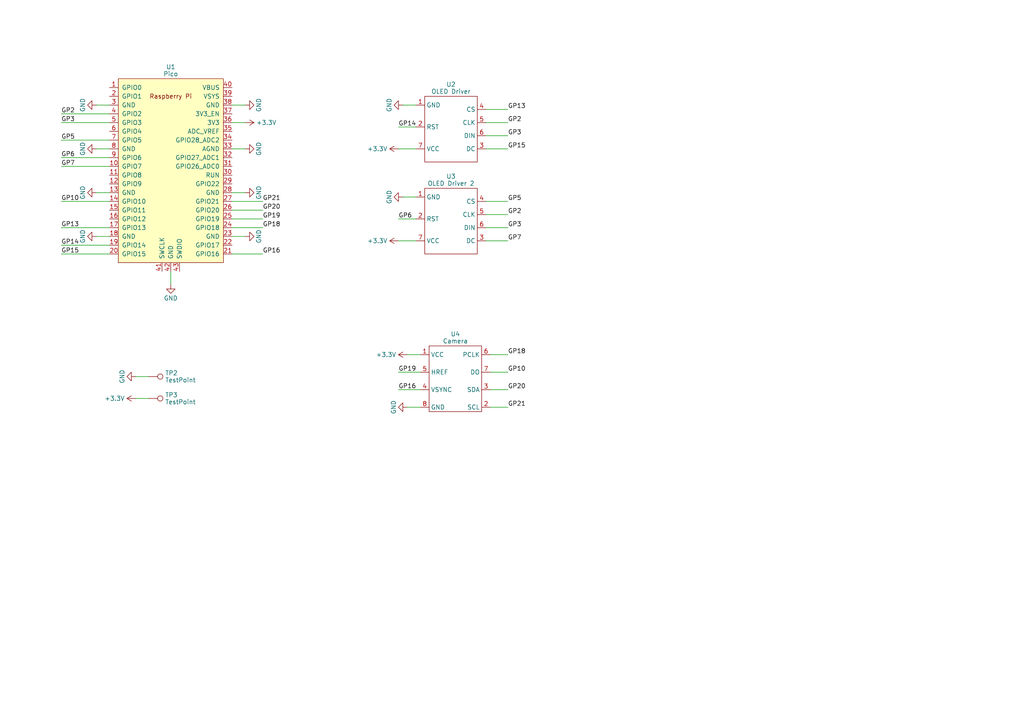
<source format=kicad_sch>
(kicad_sch (version 20230121) (generator eeschema)

  (uuid b1e133c7-7979-4fc1-a048-3547b79eba4d)

  (paper "A4")

  (lib_symbols
    (symbol "AR_Library:Camera" (in_bom yes) (on_board yes)
      (property "Reference" "U" (at 0 11.43 0)
        (effects (font (size 1.27 1.27)))
      )
      (property "Value" "Camera" (at 0 -10.16 0)
        (effects (font (size 1.27 1.27)))
      )
      (property "Footprint" "" (at -3.81 2.54 0)
        (effects (font (size 1.27 1.27)) hide)
      )
      (property "Datasheet" "" (at -3.81 2.54 0)
        (effects (font (size 1.27 1.27)) hide)
      )
      (symbol "Camera_0_0"
        (text_box ""
          (at -7.62 10.16 0) (size 15.24 -19.05)
          (stroke (width 0) (type default))
          (fill (type none))
          (effects (font (size 1.27 1.27)) (justify left top))
        )
      )
      (symbol "Camera_1_1"
        (pin input line (at -10.16 7.62 0) (length 2.54)
          (name "VCC" (effects (font (size 1.27 1.27))))
          (number "1" (effects (font (size 1.27 1.27))))
        )
        (pin input line (at 10.16 -7.62 180) (length 2.54)
          (name "SCL" (effects (font (size 1.27 1.27))))
          (number "2" (effects (font (size 1.27 1.27))))
        )
        (pin input line (at 10.16 -2.54 180) (length 2.54)
          (name "SDA" (effects (font (size 1.27 1.27))))
          (number "3" (effects (font (size 1.27 1.27))))
        )
        (pin input line (at -10.16 -2.54 0) (length 2.54)
          (name "VSYNC" (effects (font (size 1.27 1.27))))
          (number "4" (effects (font (size 1.27 1.27))))
        )
        (pin input line (at -10.16 2.54 0) (length 2.54)
          (name "HREF" (effects (font (size 1.27 1.27))))
          (number "5" (effects (font (size 1.27 1.27))))
        )
        (pin input line (at 10.16 7.62 180) (length 2.54)
          (name "PCLK" (effects (font (size 1.27 1.27))))
          (number "6" (effects (font (size 1.27 1.27))))
        )
        (pin input line (at 10.16 2.54 180) (length 2.54)
          (name "DO" (effects (font (size 1.27 1.27))))
          (number "7" (effects (font (size 1.27 1.27))))
        )
        (pin input line (at -10.16 -7.62 0) (length 2.54)
          (name "GND" (effects (font (size 1.27 1.27))))
          (number "8" (effects (font (size 1.27 1.27))))
        )
      )
    )
    (symbol "AR_Library:OLD Driver" (in_bom yes) (on_board yes)
      (property "Reference" "U" (at 0 11.43 0)
        (effects (font (size 1.27 1.27)))
      )
      (property "Value" "OLD Driver" (at 0 -10.16 0)
        (effects (font (size 1.27 1.27)))
      )
      (property "Footprint" "" (at -3.81 2.54 0)
        (effects (font (size 1.27 1.27)) hide)
      )
      (property "Datasheet" "" (at -3.81 2.54 0)
        (effects (font (size 1.27 1.27)) hide)
      )
      (symbol "OLD Driver_0_0"
        (text_box ""
          (at -7.62 10.16 0) (size 15.24 -19.05)
          (stroke (width 0) (type default))
          (fill (type none))
          (effects (font (size 1.27 1.27)) (justify left top))
        )
      )
      (symbol "OLD Driver_1_1"
        (pin input line (at -10.16 7.62 0) (length 2.54)
          (name "GND" (effects (font (size 1.27 1.27))))
          (number "1" (effects (font (size 1.27 1.27))))
        )
        (pin input line (at -10.16 1.27 0) (length 2.54)
          (name "RST" (effects (font (size 1.27 1.27))))
          (number "2" (effects (font (size 1.27 1.27))))
        )
        (pin input line (at 10.16 -5.08 180) (length 2.54)
          (name "DC" (effects (font (size 1.27 1.27))))
          (number "3" (effects (font (size 1.27 1.27))))
        )
        (pin input line (at 10.16 6.35 180) (length 2.54)
          (name "CS" (effects (font (size 1.27 1.27))))
          (number "4" (effects (font (size 1.27 1.27))))
        )
        (pin input line (at 10.16 2.54 180) (length 2.54)
          (name "CLK" (effects (font (size 1.27 1.27))))
          (number "5" (effects (font (size 1.27 1.27))))
        )
        (pin input line (at 10.16 -1.27 180) (length 2.54)
          (name "DIN" (effects (font (size 1.27 1.27))))
          (number "6" (effects (font (size 1.27 1.27))))
        )
        (pin input line (at -10.16 -5.08 0) (length 2.54)
          (name "VCC" (effects (font (size 1.27 1.27))))
          (number "7" (effects (font (size 1.27 1.27))))
        )
      )
    )
    (symbol "AR_Library:Pico" (pin_names (offset 1.016)) (in_bom yes) (on_board yes)
      (property "Reference" "U" (at -13.97 27.94 0)
        (effects (font (size 1.27 1.27)))
      )
      (property "Value" "Pico" (at 0 19.05 0)
        (effects (font (size 1.27 1.27)))
      )
      (property "Footprint" "RPi_Pico:RPi_Pico_SMD_TH" (at 0 0 90)
        (effects (font (size 1.27 1.27)) hide)
      )
      (property "Datasheet" "" (at 0 0 0)
        (effects (font (size 1.27 1.27)) hide)
      )
      (symbol "Pico_0_0"
        (text "Raspberry Pi" (at 0 21.59 0)
          (effects (font (size 1.27 1.27)))
        )
      )
      (symbol "Pico_0_1"
        (rectangle (start -15.24 26.67) (end 15.24 -26.67)
          (stroke (width 0) (type solid))
          (fill (type background))
        )
      )
      (symbol "Pico_1_1"
        (pin bidirectional line (at -17.78 24.13 0) (length 2.54)
          (name "GPIO0" (effects (font (size 1.27 1.27))))
          (number "1" (effects (font (size 1.27 1.27))))
        )
        (pin bidirectional line (at -17.78 1.27 0) (length 2.54)
          (name "GPIO7" (effects (font (size 1.27 1.27))))
          (number "10" (effects (font (size 1.27 1.27))))
        )
        (pin bidirectional line (at -17.78 -1.27 0) (length 2.54)
          (name "GPIO8" (effects (font (size 1.27 1.27))))
          (number "11" (effects (font (size 1.27 1.27))))
        )
        (pin bidirectional line (at -17.78 -3.81 0) (length 2.54)
          (name "GPIO9" (effects (font (size 1.27 1.27))))
          (number "12" (effects (font (size 1.27 1.27))))
        )
        (pin power_in line (at -17.78 -6.35 0) (length 2.54)
          (name "GND" (effects (font (size 1.27 1.27))))
          (number "13" (effects (font (size 1.27 1.27))))
        )
        (pin bidirectional line (at -17.78 -8.89 0) (length 2.54)
          (name "GPIO10" (effects (font (size 1.27 1.27))))
          (number "14" (effects (font (size 1.27 1.27))))
        )
        (pin bidirectional line (at -17.78 -11.43 0) (length 2.54)
          (name "GPIO11" (effects (font (size 1.27 1.27))))
          (number "15" (effects (font (size 1.27 1.27))))
        )
        (pin bidirectional line (at -17.78 -13.97 0) (length 2.54)
          (name "GPIO12" (effects (font (size 1.27 1.27))))
          (number "16" (effects (font (size 1.27 1.27))))
        )
        (pin bidirectional line (at -17.78 -16.51 0) (length 2.54)
          (name "GPIO13" (effects (font (size 1.27 1.27))))
          (number "17" (effects (font (size 1.27 1.27))))
        )
        (pin power_in line (at -17.78 -19.05 0) (length 2.54)
          (name "GND" (effects (font (size 1.27 1.27))))
          (number "18" (effects (font (size 1.27 1.27))))
        )
        (pin bidirectional line (at -17.78 -21.59 0) (length 2.54)
          (name "GPIO14" (effects (font (size 1.27 1.27))))
          (number "19" (effects (font (size 1.27 1.27))))
        )
        (pin bidirectional line (at -17.78 21.59 0) (length 2.54)
          (name "GPIO1" (effects (font (size 1.27 1.27))))
          (number "2" (effects (font (size 1.27 1.27))))
        )
        (pin bidirectional line (at -17.78 -24.13 0) (length 2.54)
          (name "GPIO15" (effects (font (size 1.27 1.27))))
          (number "20" (effects (font (size 1.27 1.27))))
        )
        (pin bidirectional line (at 17.78 -24.13 180) (length 2.54)
          (name "GPIO16" (effects (font (size 1.27 1.27))))
          (number "21" (effects (font (size 1.27 1.27))))
        )
        (pin bidirectional line (at 17.78 -21.59 180) (length 2.54)
          (name "GPIO17" (effects (font (size 1.27 1.27))))
          (number "22" (effects (font (size 1.27 1.27))))
        )
        (pin power_in line (at 17.78 -19.05 180) (length 2.54)
          (name "GND" (effects (font (size 1.27 1.27))))
          (number "23" (effects (font (size 1.27 1.27))))
        )
        (pin bidirectional line (at 17.78 -16.51 180) (length 2.54)
          (name "GPIO18" (effects (font (size 1.27 1.27))))
          (number "24" (effects (font (size 1.27 1.27))))
        )
        (pin bidirectional line (at 17.78 -13.97 180) (length 2.54)
          (name "GPIO19" (effects (font (size 1.27 1.27))))
          (number "25" (effects (font (size 1.27 1.27))))
        )
        (pin bidirectional line (at 17.78 -11.43 180) (length 2.54)
          (name "GPIO20" (effects (font (size 1.27 1.27))))
          (number "26" (effects (font (size 1.27 1.27))))
        )
        (pin bidirectional line (at 17.78 -8.89 180) (length 2.54)
          (name "GPIO21" (effects (font (size 1.27 1.27))))
          (number "27" (effects (font (size 1.27 1.27))))
        )
        (pin power_in line (at 17.78 -6.35 180) (length 2.54)
          (name "GND" (effects (font (size 1.27 1.27))))
          (number "28" (effects (font (size 1.27 1.27))))
        )
        (pin bidirectional line (at 17.78 -3.81 180) (length 2.54)
          (name "GPIO22" (effects (font (size 1.27 1.27))))
          (number "29" (effects (font (size 1.27 1.27))))
        )
        (pin power_in line (at -17.78 19.05 0) (length 2.54)
          (name "GND" (effects (font (size 1.27 1.27))))
          (number "3" (effects (font (size 1.27 1.27))))
        )
        (pin input line (at 17.78 -1.27 180) (length 2.54)
          (name "RUN" (effects (font (size 1.27 1.27))))
          (number "30" (effects (font (size 1.27 1.27))))
        )
        (pin bidirectional line (at 17.78 1.27 180) (length 2.54)
          (name "GPIO26_ADC0" (effects (font (size 1.27 1.27))))
          (number "31" (effects (font (size 1.27 1.27))))
        )
        (pin bidirectional line (at 17.78 3.81 180) (length 2.54)
          (name "GPIO27_ADC1" (effects (font (size 1.27 1.27))))
          (number "32" (effects (font (size 1.27 1.27))))
        )
        (pin power_in line (at 17.78 6.35 180) (length 2.54)
          (name "AGND" (effects (font (size 1.27 1.27))))
          (number "33" (effects (font (size 1.27 1.27))))
        )
        (pin bidirectional line (at 17.78 8.89 180) (length 2.54)
          (name "GPIO28_ADC2" (effects (font (size 1.27 1.27))))
          (number "34" (effects (font (size 1.27 1.27))))
        )
        (pin unspecified line (at 17.78 11.43 180) (length 2.54)
          (name "ADC_VREF" (effects (font (size 1.27 1.27))))
          (number "35" (effects (font (size 1.27 1.27))))
        )
        (pin unspecified line (at 17.78 13.97 180) (length 2.54)
          (name "3V3" (effects (font (size 1.27 1.27))))
          (number "36" (effects (font (size 1.27 1.27))))
        )
        (pin input line (at 17.78 16.51 180) (length 2.54)
          (name "3V3_EN" (effects (font (size 1.27 1.27))))
          (number "37" (effects (font (size 1.27 1.27))))
        )
        (pin bidirectional line (at 17.78 19.05 180) (length 2.54)
          (name "GND" (effects (font (size 1.27 1.27))))
          (number "38" (effects (font (size 1.27 1.27))))
        )
        (pin unspecified line (at 17.78 21.59 180) (length 2.54)
          (name "VSYS" (effects (font (size 1.27 1.27))))
          (number "39" (effects (font (size 1.27 1.27))))
        )
        (pin bidirectional line (at -17.78 16.51 0) (length 2.54)
          (name "GPIO2" (effects (font (size 1.27 1.27))))
          (number "4" (effects (font (size 1.27 1.27))))
        )
        (pin unspecified line (at 17.78 24.13 180) (length 2.54)
          (name "VBUS" (effects (font (size 1.27 1.27))))
          (number "40" (effects (font (size 1.27 1.27))))
        )
        (pin input line (at -2.54 -29.21 90) (length 2.54)
          (name "SWCLK" (effects (font (size 1.27 1.27))))
          (number "41" (effects (font (size 1.27 1.27))))
        )
        (pin power_in line (at 0 -29.21 90) (length 2.54)
          (name "GND" (effects (font (size 1.27 1.27))))
          (number "42" (effects (font (size 1.27 1.27))))
        )
        (pin bidirectional line (at 2.54 -29.21 90) (length 2.54)
          (name "SWDIO" (effects (font (size 1.27 1.27))))
          (number "43" (effects (font (size 1.27 1.27))))
        )
        (pin bidirectional line (at -17.78 13.97 0) (length 2.54)
          (name "GPIO3" (effects (font (size 1.27 1.27))))
          (number "5" (effects (font (size 1.27 1.27))))
        )
        (pin bidirectional line (at -17.78 11.43 0) (length 2.54)
          (name "GPIO4" (effects (font (size 1.27 1.27))))
          (number "6" (effects (font (size 1.27 1.27))))
        )
        (pin bidirectional line (at -17.78 8.89 0) (length 2.54)
          (name "GPIO5" (effects (font (size 1.27 1.27))))
          (number "7" (effects (font (size 1.27 1.27))))
        )
        (pin power_in line (at -17.78 6.35 0) (length 2.54)
          (name "GND" (effects (font (size 1.27 1.27))))
          (number "8" (effects (font (size 1.27 1.27))))
        )
        (pin bidirectional line (at -17.78 3.81 0) (length 2.54)
          (name "GPIO6" (effects (font (size 1.27 1.27))))
          (number "9" (effects (font (size 1.27 1.27))))
        )
      )
    )
    (symbol "Connector:TestPoint" (pin_numbers hide) (pin_names (offset 0.762) hide) (in_bom yes) (on_board yes)
      (property "Reference" "TP" (at 0 6.858 0)
        (effects (font (size 1.27 1.27)))
      )
      (property "Value" "TestPoint" (at 0 5.08 0)
        (effects (font (size 1.27 1.27)))
      )
      (property "Footprint" "" (at 5.08 0 0)
        (effects (font (size 1.27 1.27)) hide)
      )
      (property "Datasheet" "~" (at 5.08 0 0)
        (effects (font (size 1.27 1.27)) hide)
      )
      (property "ki_keywords" "test point tp" (at 0 0 0)
        (effects (font (size 1.27 1.27)) hide)
      )
      (property "ki_description" "test point" (at 0 0 0)
        (effects (font (size 1.27 1.27)) hide)
      )
      (property "ki_fp_filters" "Pin* Test*" (at 0 0 0)
        (effects (font (size 1.27 1.27)) hide)
      )
      (symbol "TestPoint_0_1"
        (circle (center 0 3.302) (radius 0.762)
          (stroke (width 0) (type default))
          (fill (type none))
        )
      )
      (symbol "TestPoint_1_1"
        (pin passive line (at 0 0 90) (length 2.54)
          (name "1" (effects (font (size 1.27 1.27))))
          (number "1" (effects (font (size 1.27 1.27))))
        )
      )
    )
    (symbol "power:+3.3V" (power) (pin_names (offset 0)) (in_bom yes) (on_board yes)
      (property "Reference" "#PWR" (at 0 -3.81 0)
        (effects (font (size 1.27 1.27)) hide)
      )
      (property "Value" "+3.3V" (at 0 3.556 0)
        (effects (font (size 1.27 1.27)))
      )
      (property "Footprint" "" (at 0 0 0)
        (effects (font (size 1.27 1.27)) hide)
      )
      (property "Datasheet" "" (at 0 0 0)
        (effects (font (size 1.27 1.27)) hide)
      )
      (property "ki_keywords" "global power" (at 0 0 0)
        (effects (font (size 1.27 1.27)) hide)
      )
      (property "ki_description" "Power symbol creates a global label with name \"+3.3V\"" (at 0 0 0)
        (effects (font (size 1.27 1.27)) hide)
      )
      (symbol "+3.3V_0_1"
        (polyline
          (pts
            (xy -0.762 1.27)
            (xy 0 2.54)
          )
          (stroke (width 0) (type default))
          (fill (type none))
        )
        (polyline
          (pts
            (xy 0 0)
            (xy 0 2.54)
          )
          (stroke (width 0) (type default))
          (fill (type none))
        )
        (polyline
          (pts
            (xy 0 2.54)
            (xy 0.762 1.27)
          )
          (stroke (width 0) (type default))
          (fill (type none))
        )
      )
      (symbol "+3.3V_1_1"
        (pin power_in line (at 0 0 90) (length 0) hide
          (name "+3.3V" (effects (font (size 1.27 1.27))))
          (number "1" (effects (font (size 1.27 1.27))))
        )
      )
    )
    (symbol "power:GND" (power) (pin_names (offset 0)) (in_bom yes) (on_board yes)
      (property "Reference" "#PWR" (at 0 -6.35 0)
        (effects (font (size 1.27 1.27)) hide)
      )
      (property "Value" "GND" (at 0 -3.81 0)
        (effects (font (size 1.27 1.27)))
      )
      (property "Footprint" "" (at 0 0 0)
        (effects (font (size 1.27 1.27)) hide)
      )
      (property "Datasheet" "" (at 0 0 0)
        (effects (font (size 1.27 1.27)) hide)
      )
      (property "ki_keywords" "global power" (at 0 0 0)
        (effects (font (size 1.27 1.27)) hide)
      )
      (property "ki_description" "Power symbol creates a global label with name \"GND\" , ground" (at 0 0 0)
        (effects (font (size 1.27 1.27)) hide)
      )
      (symbol "GND_0_1"
        (polyline
          (pts
            (xy 0 0)
            (xy 0 -1.27)
            (xy 1.27 -1.27)
            (xy 0 -2.54)
            (xy -1.27 -1.27)
            (xy 0 -1.27)
          )
          (stroke (width 0) (type default))
          (fill (type none))
        )
      )
      (symbol "GND_1_1"
        (pin power_in line (at 0 0 270) (length 0) hide
          (name "GND" (effects (font (size 1.27 1.27))))
          (number "1" (effects (font (size 1.27 1.27))))
        )
      )
    )
  )


  (wire (pts (xy 140.97 66.04) (xy 147.32 66.04))
    (stroke (width 0) (type default))
    (uuid 05c67815-9d03-426e-a16c-04551719e36c)
  )
  (wire (pts (xy 121.92 118.11) (xy 118.11 118.11))
    (stroke (width 0) (type default))
    (uuid 0c48c5fc-f1d3-47d3-9e9a-50526a45d505)
  )
  (wire (pts (xy 67.31 73.66) (xy 76.2 73.66))
    (stroke (width 0) (type default))
    (uuid 0ec43144-e020-4e06-a4ab-86250b320001)
  )
  (wire (pts (xy 67.31 55.88) (xy 71.12 55.88))
    (stroke (width 0) (type default))
    (uuid 1b012290-1762-41a3-bbcc-1e8bae3b683b)
  )
  (wire (pts (xy 17.78 45.72) (xy 31.75 45.72))
    (stroke (width 0) (type default))
    (uuid 1b78ddb2-5ced-48c4-917f-fcd6de69f095)
  )
  (wire (pts (xy 67.31 63.5) (xy 76.2 63.5))
    (stroke (width 0) (type default))
    (uuid 1e2ba3fb-7d4c-41a2-8442-e9ed28d53617)
  )
  (wire (pts (xy 120.65 30.48) (xy 116.84 30.48))
    (stroke (width 0) (type default))
    (uuid 203aade7-ee60-4a86-8cfa-0118c25c5520)
  )
  (wire (pts (xy 142.24 102.87) (xy 147.32 102.87))
    (stroke (width 0) (type default))
    (uuid 30d485da-4deb-4b6b-99f3-1764ed1e4d73)
  )
  (wire (pts (xy 17.78 73.66) (xy 31.75 73.66))
    (stroke (width 0) (type default))
    (uuid 320521c6-ac13-460a-a0c3-6069e21994b5)
  )
  (wire (pts (xy 17.78 40.64) (xy 31.75 40.64))
    (stroke (width 0) (type default))
    (uuid 32d3ee13-0301-4007-b065-1a390c982e3b)
  )
  (wire (pts (xy 31.75 30.48) (xy 27.94 30.48))
    (stroke (width 0) (type default))
    (uuid 406d2a86-6db0-4219-adfb-353f32c326c7)
  )
  (wire (pts (xy 31.75 55.88) (xy 27.94 55.88))
    (stroke (width 0) (type default))
    (uuid 4b1e8442-66ec-48f8-ba03-b8d2d8e47ed9)
  )
  (wire (pts (xy 67.31 68.58) (xy 71.12 68.58))
    (stroke (width 0) (type default))
    (uuid 4d106ebe-4ae5-4101-b5db-82d9adb5bc5f)
  )
  (wire (pts (xy 17.78 58.42) (xy 31.75 58.42))
    (stroke (width 0) (type default))
    (uuid 4ec089f1-525a-4f10-b35a-bdec16c20cda)
  )
  (wire (pts (xy 115.57 107.95) (xy 121.92 107.95))
    (stroke (width 0) (type default))
    (uuid 51d7e290-033b-4144-8231-0eac952c1487)
  )
  (wire (pts (xy 49.53 78.74) (xy 49.53 82.55))
    (stroke (width 0) (type default))
    (uuid 53381ffc-91a3-4a7a-97e4-6b0e3a30c212)
  )
  (wire (pts (xy 115.57 63.5) (xy 120.65 63.5))
    (stroke (width 0) (type default))
    (uuid 5cc99213-192f-4e84-8bb7-c294c0f97ce7)
  )
  (wire (pts (xy 17.78 35.56) (xy 31.75 35.56))
    (stroke (width 0) (type default))
    (uuid 619547ba-db1c-4cce-a2ae-0dde66ac95ed)
  )
  (wire (pts (xy 140.97 31.75) (xy 147.32 31.75))
    (stroke (width 0) (type default))
    (uuid 61add4ec-e600-464b-8bf3-8a6659c9ba01)
  )
  (wire (pts (xy 31.75 43.18) (xy 27.94 43.18))
    (stroke (width 0) (type default))
    (uuid 61da0eec-4edd-47a2-9309-ea83d71a9c4b)
  )
  (wire (pts (xy 140.97 58.42) (xy 147.32 58.42))
    (stroke (width 0) (type default))
    (uuid 7e1ec63c-4349-4c2b-9b35-d995f07224cd)
  )
  (wire (pts (xy 140.97 62.23) (xy 147.32 62.23))
    (stroke (width 0) (type default))
    (uuid 7f786e12-00a1-4a3e-b73e-84d895b9d4c4)
  )
  (wire (pts (xy 67.31 66.04) (xy 76.2 66.04))
    (stroke (width 0) (type default))
    (uuid 84346658-92d2-4372-9a86-878f1df86fb9)
  )
  (wire (pts (xy 43.18 115.57) (xy 39.37 115.57))
    (stroke (width 0) (type default))
    (uuid 8797d7a8-7a47-4cea-8569-afae91fe5700)
  )
  (wire (pts (xy 67.31 43.18) (xy 71.12 43.18))
    (stroke (width 0) (type default))
    (uuid 8d9fcd60-6fb4-477b-8a60-b72c46dce416)
  )
  (wire (pts (xy 43.18 109.22) (xy 39.37 109.22))
    (stroke (width 0) (type default))
    (uuid 8f217186-8c8a-48b2-bd9f-e5c90bf04d7d)
  )
  (wire (pts (xy 67.31 58.42) (xy 76.2 58.42))
    (stroke (width 0) (type default))
    (uuid 93732939-d8b8-4450-9b3f-3f3ac4944080)
  )
  (wire (pts (xy 120.65 57.15) (xy 116.84 57.15))
    (stroke (width 0) (type default))
    (uuid 98082f96-ee10-48c5-916d-7ae33a1b8d59)
  )
  (wire (pts (xy 140.97 43.18) (xy 147.32 43.18))
    (stroke (width 0) (type default))
    (uuid 99d754a6-60cd-4f8a-ad6f-83477af957d6)
  )
  (wire (pts (xy 140.97 35.56) (xy 147.32 35.56))
    (stroke (width 0) (type default))
    (uuid a55dc89b-0d35-4b40-b0a3-bf262195e8d9)
  )
  (wire (pts (xy 31.75 68.58) (xy 27.94 68.58))
    (stroke (width 0) (type default))
    (uuid a866fa84-b7ce-44c0-acd1-bf6b006b3083)
  )
  (wire (pts (xy 17.78 71.12) (xy 31.75 71.12))
    (stroke (width 0) (type default))
    (uuid ab74d4ca-0710-46d9-8185-fca7b42db55f)
  )
  (wire (pts (xy 17.78 66.04) (xy 31.75 66.04))
    (stroke (width 0) (type default))
    (uuid ae83c7c8-eead-491b-a18d-9947c8e71eec)
  )
  (wire (pts (xy 142.24 107.95) (xy 147.32 107.95))
    (stroke (width 0) (type default))
    (uuid b332c08a-dcb3-4af3-b77f-b8bc2980c874)
  )
  (wire (pts (xy 121.92 102.87) (xy 118.11 102.87))
    (stroke (width 0) (type default))
    (uuid c0b1be25-bec7-4716-ad5b-fe48e7c51a63)
  )
  (wire (pts (xy 67.31 35.56) (xy 71.12 35.56))
    (stroke (width 0) (type default))
    (uuid c32fc4d0-ff6a-437b-a6df-9a2bed0f0eea)
  )
  (wire (pts (xy 140.97 69.85) (xy 147.32 69.85))
    (stroke (width 0) (type default))
    (uuid ca212907-edbc-4f24-9969-1cacd23073ce)
  )
  (wire (pts (xy 67.31 60.96) (xy 76.2 60.96))
    (stroke (width 0) (type default))
    (uuid cdd2123e-94e6-42cf-b995-edf6e3b0928e)
  )
  (wire (pts (xy 67.31 30.48) (xy 71.12 30.48))
    (stroke (width 0) (type default))
    (uuid d0d4b065-b814-436b-93d8-9d5116b4849e)
  )
  (wire (pts (xy 115.57 69.85) (xy 120.65 69.85))
    (stroke (width 0) (type default))
    (uuid d1632872-c5f4-439e-afdf-ddb627a2e9b2)
  )
  (wire (pts (xy 115.57 36.83) (xy 120.65 36.83))
    (stroke (width 0) (type default))
    (uuid d250f9f5-1ecf-49f3-a643-106fed4f669e)
  )
  (wire (pts (xy 115.57 113.03) (xy 121.92 113.03))
    (stroke (width 0) (type default))
    (uuid dbdc3e4b-3a58-4d96-bbd1-cbbc97522994)
  )
  (wire (pts (xy 142.24 113.03) (xy 147.32 113.03))
    (stroke (width 0) (type default))
    (uuid e0ee8c66-2b4b-4041-ae28-a1cc76da69cd)
  )
  (wire (pts (xy 142.24 118.11) (xy 147.32 118.11))
    (stroke (width 0) (type default))
    (uuid ee804f07-db6f-4d1a-8479-4668ecc8b8f6)
  )
  (wire (pts (xy 17.78 48.26) (xy 31.75 48.26))
    (stroke (width 0) (type default))
    (uuid f30ec0b3-1efd-49a3-8203-6050ea5507e3)
  )
  (wire (pts (xy 115.57 43.18) (xy 120.65 43.18))
    (stroke (width 0) (type default))
    (uuid f75e223a-c7bd-4fa9-a2dc-ae282af04161)
  )
  (wire (pts (xy 140.97 39.37) (xy 147.32 39.37))
    (stroke (width 0) (type default))
    (uuid f7731f72-2658-478f-8b29-4be196c6fe82)
  )
  (wire (pts (xy 17.78 33.02) (xy 31.75 33.02))
    (stroke (width 0) (type default))
    (uuid f8c4183f-5294-49be-ae11-6372443c854b)
  )

  (label "GP2" (at 17.78 33.02 0) (fields_autoplaced)
    (effects (font (size 1.27 1.27)) (justify left bottom))
    (uuid 06c5cf7e-fd28-4dfd-9e8d-22e8927b3db7)
  )
  (label "GP5" (at 17.78 40.64 0) (fields_autoplaced)
    (effects (font (size 1.27 1.27)) (justify left bottom))
    (uuid 0996d259-87c2-44e5-a72f-47398f1f2464)
  )
  (label "GP3" (at 147.32 66.04 0) (fields_autoplaced)
    (effects (font (size 1.27 1.27)) (justify left bottom))
    (uuid 0dd60341-6e6c-4b81-8091-226cc1fb85fe)
  )
  (label "GP18" (at 76.2 66.04 0) (fields_autoplaced)
    (effects (font (size 1.27 1.27)) (justify left bottom))
    (uuid 264f8ae5-f6ab-429b-acf3-a9bb267da091)
  )
  (label "GP20" (at 76.2 60.96 0) (fields_autoplaced)
    (effects (font (size 1.27 1.27)) (justify left bottom))
    (uuid 29fbff29-31c8-487d-8804-3901dce2000e)
  )
  (label "GP14" (at 115.57 36.83 0) (fields_autoplaced)
    (effects (font (size 1.27 1.27)) (justify left bottom))
    (uuid 36a14e8e-5ee4-4024-9065-ec428d73f588)
  )
  (label "GP13" (at 147.32 31.75 0) (fields_autoplaced)
    (effects (font (size 1.27 1.27)) (justify left bottom))
    (uuid 38c7475a-371f-4be8-8460-262c9025d8c7)
  )
  (label "GP7" (at 17.78 48.26 0) (fields_autoplaced)
    (effects (font (size 1.27 1.27)) (justify left bottom))
    (uuid 46e72a83-3559-459b-9300-07b9b443cdd0)
  )
  (label "GP3" (at 17.78 35.56 0) (fields_autoplaced)
    (effects (font (size 1.27 1.27)) (justify left bottom))
    (uuid 4932ea14-dff5-482f-80ad-ceb4ac284f7b)
  )
  (label "GP3" (at 147.32 39.37 0) (fields_autoplaced)
    (effects (font (size 1.27 1.27)) (justify left bottom))
    (uuid 4c08083f-574e-4c35-826a-f17e2bc3550b)
  )
  (label "GP21" (at 76.2 58.42 0) (fields_autoplaced)
    (effects (font (size 1.27 1.27)) (justify left bottom))
    (uuid 4dedfa4c-dab2-4fad-854b-ef55c1db67f2)
  )
  (label "GP16" (at 115.57 113.03 0) (fields_autoplaced)
    (effects (font (size 1.27 1.27)) (justify left bottom))
    (uuid 5dfbaf31-c9c5-4fd5-a614-6912a99bc927)
  )
  (label "GP10" (at 17.78 58.42 0) (fields_autoplaced)
    (effects (font (size 1.27 1.27)) (justify left bottom))
    (uuid 6104d410-5ea1-4607-99f6-90b164a0d796)
  )
  (label "GP7" (at 147.32 69.85 0) (fields_autoplaced)
    (effects (font (size 1.27 1.27)) (justify left bottom))
    (uuid 6473f4db-5e29-45b8-bcad-86ce58aa3cd1)
  )
  (label "GP21" (at 147.32 118.11 0) (fields_autoplaced)
    (effects (font (size 1.27 1.27)) (justify left bottom))
    (uuid 7c4322a5-85bc-4b61-9ea3-e46a593d7ee5)
  )
  (label "GP10" (at 147.32 107.95 0) (fields_autoplaced)
    (effects (font (size 1.27 1.27)) (justify left bottom))
    (uuid 7eb97491-962d-4731-9888-456ec371c523)
  )
  (label "GP15" (at 17.78 73.66 0) (fields_autoplaced)
    (effects (font (size 1.27 1.27)) (justify left bottom))
    (uuid 88b418ec-25bd-4093-b983-c422cef4b4db)
  )
  (label "GP14" (at 17.78 71.12 0) (fields_autoplaced)
    (effects (font (size 1.27 1.27)) (justify left bottom))
    (uuid 8aebc654-96b8-407b-b7e8-0eff122a5ddf)
  )
  (label "GP20" (at 147.32 113.03 0) (fields_autoplaced)
    (effects (font (size 1.27 1.27)) (justify left bottom))
    (uuid 938c8674-d8aa-4287-bf5e-c4077e20180a)
  )
  (label "GP19" (at 115.57 107.95 0) (fields_autoplaced)
    (effects (font (size 1.27 1.27)) (justify left bottom))
    (uuid a659c46d-078d-4c93-83bd-50e2ca382a26)
  )
  (label "GP2" (at 147.32 35.56 0) (fields_autoplaced)
    (effects (font (size 1.27 1.27)) (justify left bottom))
    (uuid accbcd35-377c-47fe-a48c-4bdf58348ed3)
  )
  (label "GP16" (at 76.2 73.66 0) (fields_autoplaced)
    (effects (font (size 1.27 1.27)) (justify left bottom))
    (uuid bbd153e9-eea2-49b2-a020-85b7dcbeb85e)
  )
  (label "GP6" (at 115.57 63.5 0) (fields_autoplaced)
    (effects (font (size 1.27 1.27)) (justify left bottom))
    (uuid c6431861-d3ab-4fce-b06b-52541e8eb1c4)
  )
  (label "GP18" (at 147.32 102.87 0) (fields_autoplaced)
    (effects (font (size 1.27 1.27)) (justify left bottom))
    (uuid c98183f8-da5b-4bc7-be65-243a2031f884)
  )
  (label "GP6" (at 17.78 45.72 0) (fields_autoplaced)
    (effects (font (size 1.27 1.27)) (justify left bottom))
    (uuid ccf70055-4b52-4624-8b1a-434e36e31b5d)
  )
  (label "GP19" (at 76.2 63.5 0) (fields_autoplaced)
    (effects (font (size 1.27 1.27)) (justify left bottom))
    (uuid cd85a1a0-0d0b-4199-8891-a0ae8ad2d392)
  )
  (label "GP15" (at 147.32 43.18 0) (fields_autoplaced)
    (effects (font (size 1.27 1.27)) (justify left bottom))
    (uuid d8bc07ac-292f-422b-b520-ee97ab341508)
  )
  (label "GP5" (at 147.32 58.42 0) (fields_autoplaced)
    (effects (font (size 1.27 1.27)) (justify left bottom))
    (uuid e9a714fa-8b27-40e4-af8d-bfced2c62e80)
  )
  (label "GP2" (at 147.32 62.23 0) (fields_autoplaced)
    (effects (font (size 1.27 1.27)) (justify left bottom))
    (uuid ed6355bd-0b33-499a-9806-50922e10a349)
  )
  (label "GP13" (at 17.78 66.04 0) (fields_autoplaced)
    (effects (font (size 1.27 1.27)) (justify left bottom))
    (uuid f8fb042f-c6ac-4249-aa49-2954cfda1ce9)
  )

  (symbol (lib_id "power:GND") (at 27.94 30.48 270) (unit 1)
    (in_bom yes) (on_board yes) (dnp no) (fields_autoplaced)
    (uuid 2543f4a6-2725-49bf-ac80-4360593635fc)
    (property "Reference" "#PWR06" (at 21.59 30.48 0)
      (effects (font (size 1.27 1.27)) hide)
    )
    (property "Value" "GND" (at 23.995 30.48 0)
      (effects (font (size 1.27 1.27)))
    )
    (property "Footprint" "" (at 27.94 30.48 0)
      (effects (font (size 1.27 1.27)) hide)
    )
    (property "Datasheet" "" (at 27.94 30.48 0)
      (effects (font (size 1.27 1.27)) hide)
    )
    (pin "1" (uuid 2bf4008a-50ff-4126-b980-4d82808591e1))
    (instances
      (project "Glass"
        (path "/b1e133c7-7979-4fc1-a048-3547b79eba4d"
          (reference "#PWR06") (unit 1)
        )
      )
    )
  )

  (symbol (lib_id "power:+3.3V") (at 115.57 43.18 90) (unit 1)
    (in_bom yes) (on_board yes) (dnp no) (fields_autoplaced)
    (uuid 2a9b311c-211a-4a4a-9b5f-00a8fb6514f8)
    (property "Reference" "#PWR017" (at 119.38 43.18 0)
      (effects (font (size 1.27 1.27)) hide)
    )
    (property "Value" "+3.3V" (at 112.395 43.18 90)
      (effects (font (size 1.27 1.27)) (justify left))
    )
    (property "Footprint" "" (at 115.57 43.18 0)
      (effects (font (size 1.27 1.27)) hide)
    )
    (property "Datasheet" "" (at 115.57 43.18 0)
      (effects (font (size 1.27 1.27)) hide)
    )
    (pin "1" (uuid 20a7c385-ebc6-48fd-a0cf-0f4430d484b9))
    (instances
      (project "Glass"
        (path "/b1e133c7-7979-4fc1-a048-3547b79eba4d"
          (reference "#PWR017") (unit 1)
        )
      )
    )
  )

  (symbol (lib_id "power:+3.3V") (at 71.12 35.56 270) (unit 1)
    (in_bom yes) (on_board yes) (dnp no) (fields_autoplaced)
    (uuid 31823eff-a9dc-47ae-9837-7756b0eedc5f)
    (property "Reference" "#PWR010" (at 67.31 35.56 0)
      (effects (font (size 1.27 1.27)) hide)
    )
    (property "Value" "+3.3V" (at 74.295 35.56 90)
      (effects (font (size 1.27 1.27)) (justify left))
    )
    (property "Footprint" "" (at 71.12 35.56 0)
      (effects (font (size 1.27 1.27)) hide)
    )
    (property "Datasheet" "" (at 71.12 35.56 0)
      (effects (font (size 1.27 1.27)) hide)
    )
    (pin "1" (uuid 040cfe81-38a5-4b94-bd31-186dde390396))
    (instances
      (project "Glass"
        (path "/b1e133c7-7979-4fc1-a048-3547b79eba4d"
          (reference "#PWR010") (unit 1)
        )
      )
    )
  )

  (symbol (lib_id "power:GND") (at 39.37 109.22 270) (unit 1)
    (in_bom yes) (on_board yes) (dnp no) (fields_autoplaced)
    (uuid 4302cb2c-a770-4a59-aee7-8fe6755c67a3)
    (property "Reference" "#PWR015" (at 33.02 109.22 0)
      (effects (font (size 1.27 1.27)) hide)
    )
    (property "Value" "GND" (at 35.425 109.22 0)
      (effects (font (size 1.27 1.27)))
    )
    (property "Footprint" "" (at 39.37 109.22 0)
      (effects (font (size 1.27 1.27)) hide)
    )
    (property "Datasheet" "" (at 39.37 109.22 0)
      (effects (font (size 1.27 1.27)) hide)
    )
    (pin "1" (uuid 7fa56301-e625-469e-9cf7-f9e7b424ff78))
    (instances
      (project "Glass"
        (path "/b1e133c7-7979-4fc1-a048-3547b79eba4d"
          (reference "#PWR015") (unit 1)
        )
      )
    )
  )

  (symbol (lib_id "power:GND") (at 116.84 30.48 270) (unit 1)
    (in_bom yes) (on_board yes) (dnp no) (fields_autoplaced)
    (uuid 4b5150e1-9aed-4d5b-9c4b-86ccdb66909c)
    (property "Reference" "#PWR012" (at 110.49 30.48 0)
      (effects (font (size 1.27 1.27)) hide)
    )
    (property "Value" "GND" (at 112.895 30.48 0)
      (effects (font (size 1.27 1.27)))
    )
    (property "Footprint" "" (at 116.84 30.48 0)
      (effects (font (size 1.27 1.27)) hide)
    )
    (property "Datasheet" "" (at 116.84 30.48 0)
      (effects (font (size 1.27 1.27)) hide)
    )
    (pin "1" (uuid b47784b7-b15b-409d-92fe-36e994769846))
    (instances
      (project "Glass"
        (path "/b1e133c7-7979-4fc1-a048-3547b79eba4d"
          (reference "#PWR012") (unit 1)
        )
      )
    )
  )

  (symbol (lib_id "AR_Library:OLD Driver") (at 130.81 64.77 0) (unit 1)
    (in_bom yes) (on_board yes) (dnp no) (fields_autoplaced)
    (uuid 5945d53c-3c0c-49c4-94de-172801b842a3)
    (property "Reference" "U3" (at 130.81 51.157 0)
      (effects (font (size 1.27 1.27)))
    )
    (property "Value" "OLED Driver 2" (at 130.81 53.205 0)
      (effects (font (size 1.27 1.27)))
    )
    (property "Footprint" "Connector_PinHeader_2.54mm:PinHeader_1x07_P2.54mm_Vertical" (at 127 62.23 0)
      (effects (font (size 1.27 1.27)) hide)
    )
    (property "Datasheet" "" (at 127 62.23 0)
      (effects (font (size 1.27 1.27)) hide)
    )
    (pin "1" (uuid f65e0c8c-d0c0-45db-9d78-7c6a7c74c19e))
    (pin "2" (uuid e0bc5327-1129-44ac-89a8-fd6a7c8dc37f))
    (pin "3" (uuid abe6e1ef-7221-435e-8238-ad6f5d45dcc2))
    (pin "4" (uuid d3f1bbc9-0a5a-4bd9-9767-68f8c8d38345))
    (pin "5" (uuid bab71ff1-df5d-40a6-adc5-07f7955d8111))
    (pin "6" (uuid 90a51f9e-e3a6-4a1b-bfdb-8469f17d5aa6))
    (pin "7" (uuid 9e7afda5-8a61-4b58-9b0e-0cb63adffc25))
    (instances
      (project "Glass"
        (path "/b1e133c7-7979-4fc1-a048-3547b79eba4d"
          (reference "U3") (unit 1)
        )
      )
    )
  )

  (symbol (lib_id "power:GND") (at 71.12 68.58 90) (unit 1)
    (in_bom yes) (on_board yes) (dnp no) (fields_autoplaced)
    (uuid 5ee40dde-91da-4c24-b07c-6809af646f15)
    (property "Reference" "#PWR02" (at 77.47 68.58 0)
      (effects (font (size 1.27 1.27)) hide)
    )
    (property "Value" "GND" (at 75.065 68.58 0)
      (effects (font (size 1.27 1.27)))
    )
    (property "Footprint" "" (at 71.12 68.58 0)
      (effects (font (size 1.27 1.27)) hide)
    )
    (property "Datasheet" "" (at 71.12 68.58 0)
      (effects (font (size 1.27 1.27)) hide)
    )
    (pin "1" (uuid 2608ec1a-e6eb-421e-b53c-94a69f648ef1))
    (instances
      (project "Glass"
        (path "/b1e133c7-7979-4fc1-a048-3547b79eba4d"
          (reference "#PWR02") (unit 1)
        )
      )
    )
  )

  (symbol (lib_id "power:+3.3V") (at 118.11 102.87 90) (unit 1)
    (in_bom yes) (on_board yes) (dnp no) (fields_autoplaced)
    (uuid 6b88ddff-ec27-4893-8a74-cf67f9b2caec)
    (property "Reference" "#PWR014" (at 121.92 102.87 0)
      (effects (font (size 1.27 1.27)) hide)
    )
    (property "Value" "+3.3V" (at 114.935 102.87 90)
      (effects (font (size 1.27 1.27)) (justify left))
    )
    (property "Footprint" "" (at 118.11 102.87 0)
      (effects (font (size 1.27 1.27)) hide)
    )
    (property "Datasheet" "" (at 118.11 102.87 0)
      (effects (font (size 1.27 1.27)) hide)
    )
    (pin "1" (uuid 7df40220-53ab-41c4-980c-926c88fd7fca))
    (instances
      (project "Glass"
        (path "/b1e133c7-7979-4fc1-a048-3547b79eba4d"
          (reference "#PWR014") (unit 1)
        )
      )
    )
  )

  (symbol (lib_id "power:GND") (at 49.53 82.55 0) (unit 1)
    (in_bom yes) (on_board yes) (dnp no) (fields_autoplaced)
    (uuid 8236f557-096c-41b3-bf80-d2359b5dbe91)
    (property "Reference" "#PWR01" (at 49.53 88.9 0)
      (effects (font (size 1.27 1.27)) hide)
    )
    (property "Value" "GND" (at 49.53 86.495 0)
      (effects (font (size 1.27 1.27)))
    )
    (property "Footprint" "" (at 49.53 82.55 0)
      (effects (font (size 1.27 1.27)) hide)
    )
    (property "Datasheet" "" (at 49.53 82.55 0)
      (effects (font (size 1.27 1.27)) hide)
    )
    (pin "1" (uuid 28a9f8ec-dac3-4b14-95a0-d4bcd2cc3790))
    (instances
      (project "Glass"
        (path "/b1e133c7-7979-4fc1-a048-3547b79eba4d"
          (reference "#PWR01") (unit 1)
        )
      )
    )
  )

  (symbol (lib_id "power:GND") (at 71.12 43.18 90) (unit 1)
    (in_bom yes) (on_board yes) (dnp no) (fields_autoplaced)
    (uuid 9303b2a2-1671-4b30-9bf2-9e34d416b93f)
    (property "Reference" "#PWR08" (at 77.47 43.18 0)
      (effects (font (size 1.27 1.27)) hide)
    )
    (property "Value" "GND" (at 75.065 43.18 0)
      (effects (font (size 1.27 1.27)))
    )
    (property "Footprint" "" (at 71.12 43.18 0)
      (effects (font (size 1.27 1.27)) hide)
    )
    (property "Datasheet" "" (at 71.12 43.18 0)
      (effects (font (size 1.27 1.27)) hide)
    )
    (pin "1" (uuid 57b28b80-e9af-4e77-a9c8-416143558196))
    (instances
      (project "Glass"
        (path "/b1e133c7-7979-4fc1-a048-3547b79eba4d"
          (reference "#PWR08") (unit 1)
        )
      )
    )
  )

  (symbol (lib_id "power:GND") (at 116.84 57.15 270) (unit 1)
    (in_bom yes) (on_board yes) (dnp no) (fields_autoplaced)
    (uuid 9b82fb1f-319f-44a0-a458-ff9119ad2553)
    (property "Reference" "#PWR011" (at 110.49 57.15 0)
      (effects (font (size 1.27 1.27)) hide)
    )
    (property "Value" "GND" (at 112.895 57.15 0)
      (effects (font (size 1.27 1.27)))
    )
    (property "Footprint" "" (at 116.84 57.15 0)
      (effects (font (size 1.27 1.27)) hide)
    )
    (property "Datasheet" "" (at 116.84 57.15 0)
      (effects (font (size 1.27 1.27)) hide)
    )
    (pin "1" (uuid eb6a56c9-12c4-43ff-a78b-d57db053ca45))
    (instances
      (project "Glass"
        (path "/b1e133c7-7979-4fc1-a048-3547b79eba4d"
          (reference "#PWR011") (unit 1)
        )
      )
    )
  )

  (symbol (lib_id "power:GND") (at 27.94 55.88 270) (unit 1)
    (in_bom yes) (on_board yes) (dnp no) (fields_autoplaced)
    (uuid 9bdf7b46-7231-4aa9-84a7-1e3f498692b3)
    (property "Reference" "#PWR04" (at 21.59 55.88 0)
      (effects (font (size 1.27 1.27)) hide)
    )
    (property "Value" "GND" (at 23.995 55.88 0)
      (effects (font (size 1.27 1.27)))
    )
    (property "Footprint" "" (at 27.94 55.88 0)
      (effects (font (size 1.27 1.27)) hide)
    )
    (property "Datasheet" "" (at 27.94 55.88 0)
      (effects (font (size 1.27 1.27)) hide)
    )
    (pin "1" (uuid 49debad2-c833-4478-a443-d90c9af9dad5))
    (instances
      (project "Glass"
        (path "/b1e133c7-7979-4fc1-a048-3547b79eba4d"
          (reference "#PWR04") (unit 1)
        )
      )
    )
  )

  (symbol (lib_id "AR_Library:Camera") (at 132.08 110.49 0) (unit 1)
    (in_bom yes) (on_board yes) (dnp no) (fields_autoplaced)
    (uuid 9c7ceadd-8bc8-4f42-9365-4e172a05f6a9)
    (property "Reference" "U4" (at 132.08 96.877 0)
      (effects (font (size 1.27 1.27)))
    )
    (property "Value" "Camera" (at 132.08 98.925 0)
      (effects (font (size 1.27 1.27)))
    )
    (property "Footprint" "Connector_PinHeader_2.54mm:PinHeader_1x08_P2.54mm_Vertical" (at 128.27 107.95 0)
      (effects (font (size 1.27 1.27)) hide)
    )
    (property "Datasheet" "" (at 128.27 107.95 0)
      (effects (font (size 1.27 1.27)) hide)
    )
    (pin "1" (uuid d32ae946-cb6d-4881-8c5b-4f03cfd2065d))
    (pin "2" (uuid f469756a-8120-49e1-849f-659c2f5b5ce0))
    (pin "3" (uuid 43e25f07-5f20-4350-90f4-7287c699b439))
    (pin "4" (uuid ff201901-f57b-4525-ae18-20318de27361))
    (pin "5" (uuid 2e37b5a5-5507-4977-9571-f24448fe90df))
    (pin "6" (uuid 54706041-645d-4072-b15f-48b9a6c08132))
    (pin "7" (uuid 093186dd-4963-4943-9a5e-f0d16a2edb3b))
    (pin "8" (uuid 675b4b80-c71d-406c-8199-c89a6b911d4a))
    (instances
      (project "Glass"
        (path "/b1e133c7-7979-4fc1-a048-3547b79eba4d"
          (reference "U4") (unit 1)
        )
      )
    )
  )

  (symbol (lib_id "Connector:TestPoint") (at 43.18 109.22 270) (unit 1)
    (in_bom yes) (on_board yes) (dnp no) (fields_autoplaced)
    (uuid b90b907d-c48d-4958-8b59-a55d4940f313)
    (property "Reference" "TP2" (at 47.879 108.196 90)
      (effects (font (size 1.27 1.27)) (justify left))
    )
    (property "Value" "TestPoint" (at 47.879 110.244 90)
      (effects (font (size 1.27 1.27)) (justify left))
    )
    (property "Footprint" "Connector_PinHeader_2.54mm:PinHeader_1x01_P2.54mm_Vertical" (at 43.18 114.3 0)
      (effects (font (size 1.27 1.27)) hide)
    )
    (property "Datasheet" "~" (at 43.18 114.3 0)
      (effects (font (size 1.27 1.27)) hide)
    )
    (pin "1" (uuid 59f10d7d-b081-4525-8a1b-a6392027fe1a))
    (instances
      (project "Glass"
        (path "/b1e133c7-7979-4fc1-a048-3547b79eba4d"
          (reference "TP2") (unit 1)
        )
      )
    )
  )

  (symbol (lib_id "power:+3.3V") (at 115.57 69.85 90) (unit 1)
    (in_bom yes) (on_board yes) (dnp no) (fields_autoplaced)
    (uuid c5b29842-6f96-4eb5-b9a5-013b747adde3)
    (property "Reference" "#PWR018" (at 119.38 69.85 0)
      (effects (font (size 1.27 1.27)) hide)
    )
    (property "Value" "+3.3V" (at 112.395 69.85 90)
      (effects (font (size 1.27 1.27)) (justify left))
    )
    (property "Footprint" "" (at 115.57 69.85 0)
      (effects (font (size 1.27 1.27)) hide)
    )
    (property "Datasheet" "" (at 115.57 69.85 0)
      (effects (font (size 1.27 1.27)) hide)
    )
    (pin "1" (uuid 399e37fe-01a6-4d79-a5dc-c5aa4b0242f4))
    (instances
      (project "Glass"
        (path "/b1e133c7-7979-4fc1-a048-3547b79eba4d"
          (reference "#PWR018") (unit 1)
        )
      )
    )
  )

  (symbol (lib_id "power:GND") (at 71.12 55.88 90) (unit 1)
    (in_bom yes) (on_board yes) (dnp no) (fields_autoplaced)
    (uuid c8ad5977-cc25-4bcb-800c-0576d3836550)
    (property "Reference" "#PWR09" (at 77.47 55.88 0)
      (effects (font (size 1.27 1.27)) hide)
    )
    (property "Value" "GND" (at 75.065 55.88 0)
      (effects (font (size 1.27 1.27)))
    )
    (property "Footprint" "" (at 71.12 55.88 0)
      (effects (font (size 1.27 1.27)) hide)
    )
    (property "Datasheet" "" (at 71.12 55.88 0)
      (effects (font (size 1.27 1.27)) hide)
    )
    (pin "1" (uuid b2df0b94-87c3-4243-9ea4-f14c63aad901))
    (instances
      (project "Glass"
        (path "/b1e133c7-7979-4fc1-a048-3547b79eba4d"
          (reference "#PWR09") (unit 1)
        )
      )
    )
  )

  (symbol (lib_id "AR_Library:Pico") (at 49.53 49.53 0) (unit 1)
    (in_bom yes) (on_board yes) (dnp no) (fields_autoplaced)
    (uuid d4d71374-197a-470f-9a76-2444319d5946)
    (property "Reference" "U1" (at 49.53 19.407 0)
      (effects (font (size 1.27 1.27)))
    )
    (property "Value" "Pico" (at 49.53 21.455 0)
      (effects (font (size 1.27 1.27)))
    )
    (property "Footprint" "MCU_RaspberryPi_and_Boards:RPi_Pico_SMD_TH" (at 49.53 49.53 90)
      (effects (font (size 1.27 1.27)) hide)
    )
    (property "Datasheet" "" (at 49.53 49.53 0)
      (effects (font (size 1.27 1.27)) hide)
    )
    (pin "1" (uuid c5a186aa-19b1-4419-9752-710298127c0e))
    (pin "10" (uuid 16d0d5b6-8e42-4bd3-8659-db388047fba2))
    (pin "11" (uuid 0907984e-cc40-4ddc-97e8-504d850d65ce))
    (pin "12" (uuid 4238c08d-63a7-4f6c-8da3-6a8961731d8d))
    (pin "13" (uuid 6910105a-dd25-4a44-8e1c-ca9342a2baff))
    (pin "14" (uuid 63933ac0-8f12-4971-b6f9-5a2e353520c6))
    (pin "15" (uuid 4c075af9-cfa1-4d69-94bd-704644decc56))
    (pin "16" (uuid ebc795fa-26fe-425a-9d30-b91122614874))
    (pin "17" (uuid 80ad0399-334d-4a7a-8d76-4f262e30925f))
    (pin "18" (uuid 8f264a02-65e4-43b5-af94-b843747a0237))
    (pin "19" (uuid c1ba488a-bdfe-4b0e-9d1a-04b8baccebf9))
    (pin "2" (uuid 6039eb3f-5e62-4a75-a46f-77a64fa8fc79))
    (pin "20" (uuid 4a9f7940-a5e0-4b14-9d0d-3b666f397f95))
    (pin "21" (uuid 919b4cf2-7b90-42ea-bc57-0a736fe066a3))
    (pin "22" (uuid 12cee04f-9764-462a-97e2-da3655dbbead))
    (pin "23" (uuid 5c4fc5d4-ba5c-4986-b341-fb6686172b2f))
    (pin "24" (uuid a82d42f3-3359-407a-b0b5-caab6427239d))
    (pin "25" (uuid 0a2f8ef9-5f36-48e6-84f9-1c0b1d235147))
    (pin "26" (uuid 9831c53e-aae1-4204-877b-85140eda1736))
    (pin "27" (uuid 4407c423-47e3-42d3-b083-bb2256a5cd18))
    (pin "28" (uuid 889a7109-f9e0-40e9-8357-a30ea01d96c3))
    (pin "29" (uuid b81560fd-d272-43c2-937d-c2733b9d20ca))
    (pin "3" (uuid 5ab50cda-03b6-4da9-9dbe-790f0999e68b))
    (pin "30" (uuid f271c1b1-69a7-49a5-b363-5b1b918679e7))
    (pin "31" (uuid 1ddf5025-f64f-4e56-9d13-4f71806e89ee))
    (pin "32" (uuid 9033822c-1c12-461d-90ca-a4c52e3269bc))
    (pin "33" (uuid 024b3a5d-9a78-4fd1-b803-438d0d65ef9a))
    (pin "34" (uuid 3d9aacf0-836c-4db2-ad7d-7e8db4933c98))
    (pin "35" (uuid 19e89325-ed59-4fce-94b6-a8b3c64ac993))
    (pin "36" (uuid ddc94c41-21f5-4882-a97d-68ac04397a17))
    (pin "37" (uuid 825e5325-4603-48a6-a03e-3826ccb2507a))
    (pin "38" (uuid 0359741c-0f9d-4e8a-9500-9832889840de))
    (pin "39" (uuid b0004532-236b-4b8b-a8c3-5a5b87712420))
    (pin "4" (uuid 33d0c23f-7ec8-4409-8430-b18f16134658))
    (pin "40" (uuid 8e93c0c1-6f79-42d4-94b4-752502790ce1))
    (pin "41" (uuid cdf1c182-5b8e-4513-8b56-9b833ef27561))
    (pin "42" (uuid 48df7a4b-bb78-498c-8677-bedb665a1d07))
    (pin "43" (uuid 5d1fceac-302d-4ba9-bc00-8c50f20a7252))
    (pin "5" (uuid 3fe9881d-e7a3-4383-8ab0-b00d06e23d0a))
    (pin "6" (uuid 7fffdd8f-5ec8-4b86-ad41-85a395b007a4))
    (pin "7" (uuid 0119e69f-bcfd-498d-bb96-5f4e1ba029cc))
    (pin "8" (uuid 9a51b8e3-b555-4724-8a65-7e6c6bc54bba))
    (pin "9" (uuid cccb259d-35e4-482f-b5cd-30ec47b971d8))
    (instances
      (project "Glass"
        (path "/b1e133c7-7979-4fc1-a048-3547b79eba4d"
          (reference "U1") (unit 1)
        )
      )
    )
  )

  (symbol (lib_id "power:+3.3V") (at 39.37 115.57 90) (unit 1)
    (in_bom yes) (on_board yes) (dnp no) (fields_autoplaced)
    (uuid daaaf5cc-a10b-4d3f-97a6-61bd99c35242)
    (property "Reference" "#PWR016" (at 43.18 115.57 0)
      (effects (font (size 1.27 1.27)) hide)
    )
    (property "Value" "+3.3V" (at 36.195 115.57 90)
      (effects (font (size 1.27 1.27)) (justify left))
    )
    (property "Footprint" "" (at 39.37 115.57 0)
      (effects (font (size 1.27 1.27)) hide)
    )
    (property "Datasheet" "" (at 39.37 115.57 0)
      (effects (font (size 1.27 1.27)) hide)
    )
    (pin "1" (uuid 0c3a4069-bc88-49de-8cfd-4f737f922047))
    (instances
      (project "Glass"
        (path "/b1e133c7-7979-4fc1-a048-3547b79eba4d"
          (reference "#PWR016") (unit 1)
        )
      )
    )
  )

  (symbol (lib_id "power:GND") (at 27.94 68.58 270) (unit 1)
    (in_bom yes) (on_board yes) (dnp no) (fields_autoplaced)
    (uuid df87535c-b0a6-424a-8406-8f993a921e40)
    (property "Reference" "#PWR03" (at 21.59 68.58 0)
      (effects (font (size 1.27 1.27)) hide)
    )
    (property "Value" "GND" (at 23.995 68.58 0)
      (effects (font (size 1.27 1.27)))
    )
    (property "Footprint" "" (at 27.94 68.58 0)
      (effects (font (size 1.27 1.27)) hide)
    )
    (property "Datasheet" "" (at 27.94 68.58 0)
      (effects (font (size 1.27 1.27)) hide)
    )
    (pin "1" (uuid f292dae9-3ea4-4224-b4dd-5c6f2bf28271))
    (instances
      (project "Glass"
        (path "/b1e133c7-7979-4fc1-a048-3547b79eba4d"
          (reference "#PWR03") (unit 1)
        )
      )
    )
  )

  (symbol (lib_id "power:GND") (at 71.12 30.48 90) (unit 1)
    (in_bom yes) (on_board yes) (dnp no) (fields_autoplaced)
    (uuid e5aad552-c8db-463c-9d1f-645c429ff02e)
    (property "Reference" "#PWR07" (at 77.47 30.48 0)
      (effects (font (size 1.27 1.27)) hide)
    )
    (property "Value" "GND" (at 75.065 30.48 0)
      (effects (font (size 1.27 1.27)))
    )
    (property "Footprint" "" (at 71.12 30.48 0)
      (effects (font (size 1.27 1.27)) hide)
    )
    (property "Datasheet" "" (at 71.12 30.48 0)
      (effects (font (size 1.27 1.27)) hide)
    )
    (pin "1" (uuid 709d44e6-49fc-48cd-bc57-25aad43d51c8))
    (instances
      (project "Glass"
        (path "/b1e133c7-7979-4fc1-a048-3547b79eba4d"
          (reference "#PWR07") (unit 1)
        )
      )
    )
  )

  (symbol (lib_id "Connector:TestPoint") (at 43.18 115.57 270) (unit 1)
    (in_bom yes) (on_board yes) (dnp no) (fields_autoplaced)
    (uuid e68c521b-4d0f-4ec9-85ad-108876ffc977)
    (property "Reference" "TP3" (at 47.879 114.546 90)
      (effects (font (size 1.27 1.27)) (justify left))
    )
    (property "Value" "TestPoint" (at 47.879 116.594 90)
      (effects (font (size 1.27 1.27)) (justify left))
    )
    (property "Footprint" "Connector_PinHeader_2.54mm:PinHeader_1x01_P2.54mm_Vertical" (at 43.18 120.65 0)
      (effects (font (size 1.27 1.27)) hide)
    )
    (property "Datasheet" "~" (at 43.18 120.65 0)
      (effects (font (size 1.27 1.27)) hide)
    )
    (pin "1" (uuid df6df271-64a8-4a8d-aa0e-0a603a3240cf))
    (instances
      (project "Glass"
        (path "/b1e133c7-7979-4fc1-a048-3547b79eba4d"
          (reference "TP3") (unit 1)
        )
      )
    )
  )

  (symbol (lib_id "power:GND") (at 118.11 118.11 270) (unit 1)
    (in_bom yes) (on_board yes) (dnp no) (fields_autoplaced)
    (uuid f56e03ee-2447-4ba4-acf5-7d5f81a0ddc9)
    (property "Reference" "#PWR013" (at 111.76 118.11 0)
      (effects (font (size 1.27 1.27)) hide)
    )
    (property "Value" "GND" (at 114.165 118.11 0)
      (effects (font (size 1.27 1.27)))
    )
    (property "Footprint" "" (at 118.11 118.11 0)
      (effects (font (size 1.27 1.27)) hide)
    )
    (property "Datasheet" "" (at 118.11 118.11 0)
      (effects (font (size 1.27 1.27)) hide)
    )
    (pin "1" (uuid 23867007-dba9-4162-9efc-ee2446a68710))
    (instances
      (project "Glass"
        (path "/b1e133c7-7979-4fc1-a048-3547b79eba4d"
          (reference "#PWR013") (unit 1)
        )
      )
    )
  )

  (symbol (lib_id "AR_Library:OLD Driver") (at 130.81 38.1 0) (unit 1)
    (in_bom yes) (on_board yes) (dnp no) (fields_autoplaced)
    (uuid fde33cf8-41b3-4c71-a2b7-e620f60e6936)
    (property "Reference" "U2" (at 130.81 24.487 0)
      (effects (font (size 1.27 1.27)))
    )
    (property "Value" "OLED Driver" (at 130.81 26.535 0)
      (effects (font (size 1.27 1.27)))
    )
    (property "Footprint" "Connector_PinHeader_2.54mm:PinHeader_1x07_P2.54mm_Vertical" (at 127 35.56 0)
      (effects (font (size 1.27 1.27)) hide)
    )
    (property "Datasheet" "" (at 127 35.56 0)
      (effects (font (size 1.27 1.27)) hide)
    )
    (pin "1" (uuid 4475b633-6179-434f-8e93-4e0accc7ee6e))
    (pin "2" (uuid 1f85cf14-4d35-4db2-ab0e-3a73b262e077))
    (pin "3" (uuid b5859263-734e-46ab-a5a5-2f66d89fbb01))
    (pin "4" (uuid 4ae048a1-fe52-474e-9194-14396b854b51))
    (pin "5" (uuid 7ec2bc93-f3d8-4f95-81ab-830df0a6f485))
    (pin "6" (uuid 4b1607b4-4965-4ed1-b691-fc2204a54d73))
    (pin "7" (uuid ae787719-799b-4ff7-a06d-ea3924bc8971))
    (instances
      (project "Glass"
        (path "/b1e133c7-7979-4fc1-a048-3547b79eba4d"
          (reference "U2") (unit 1)
        )
      )
    )
  )

  (symbol (lib_id "power:GND") (at 27.94 43.18 270) (unit 1)
    (in_bom yes) (on_board yes) (dnp no) (fields_autoplaced)
    (uuid fe8b37eb-f3f0-4b1a-ad51-819ffbaf3c47)
    (property "Reference" "#PWR05" (at 21.59 43.18 0)
      (effects (font (size 1.27 1.27)) hide)
    )
    (property "Value" "GND" (at 23.995 43.18 0)
      (effects (font (size 1.27 1.27)))
    )
    (property "Footprint" "" (at 27.94 43.18 0)
      (effects (font (size 1.27 1.27)) hide)
    )
    (property "Datasheet" "" (at 27.94 43.18 0)
      (effects (font (size 1.27 1.27)) hide)
    )
    (pin "1" (uuid c2fa4f84-4d4a-4e33-afac-09de223869e7))
    (instances
      (project "Glass"
        (path "/b1e133c7-7979-4fc1-a048-3547b79eba4d"
          (reference "#PWR05") (unit 1)
        )
      )
    )
  )

  (sheet_instances
    (path "/" (page "1"))
  )
)

</source>
